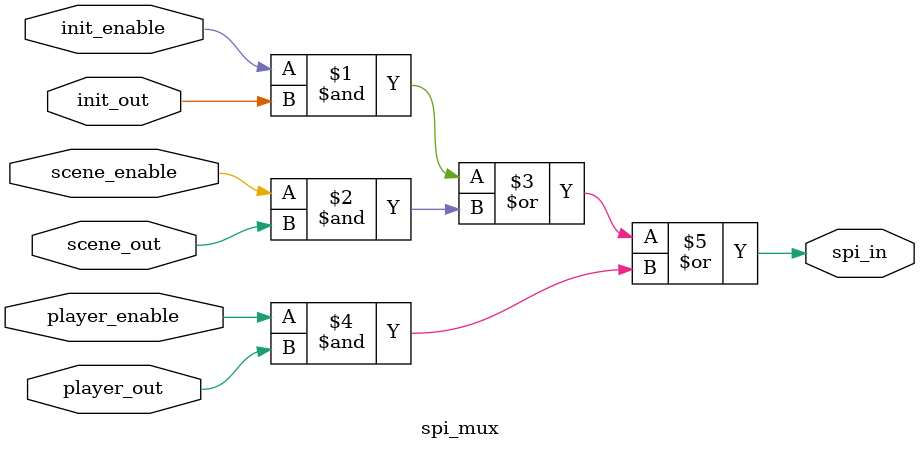
<source format=v>
module spi_mux
#(
    parameter SIZE = 1
)
(
    input wire init_enable,
    input wire scene_enable,
    input wire player_enable,

    input wire[SIZE-1:0] init_out,
    input wire[SIZE-1:0] scene_out,
    input wire[SIZE-1:0] player_out,

    output wire[SIZE-1:0] spi_in
);

assign spi_in = ({SIZE{init_enable}} & init_out) |
                ({SIZE{scene_enable}} & scene_out) |
                ({SIZE{player_enable}} & player_out);

endmodule
</source>
